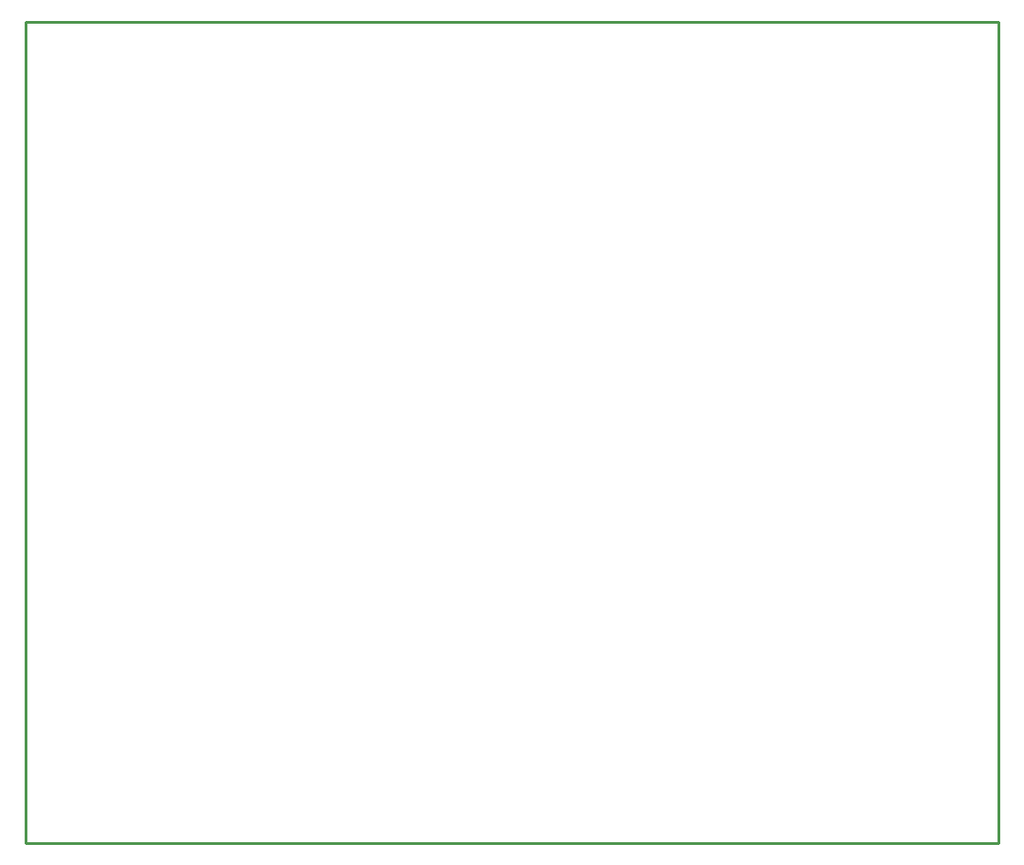
<source format=gm1>
G04*
G04 #@! TF.GenerationSoftware,Altium Limited,Altium Designer,21.9.2 (33)*
G04*
G04 Layer_Color=16711935*
%FSLAX25Y25*%
%MOIN*%
G70*
G04*
G04 #@! TF.SameCoordinates,36AF05F9-EE1F-4495-BFDE-5FD0FD3D89CD*
G04*
G04*
G04 #@! TF.FilePolarity,Positive*
G04*
G01*
G75*
%ADD10C,0.01000*%
D10*
X-10642Y-287795D02*
Y12205D01*
Y-287795D02*
X344358D01*
Y12205D01*
X-10642D02*
X344358D01*
M02*

</source>
